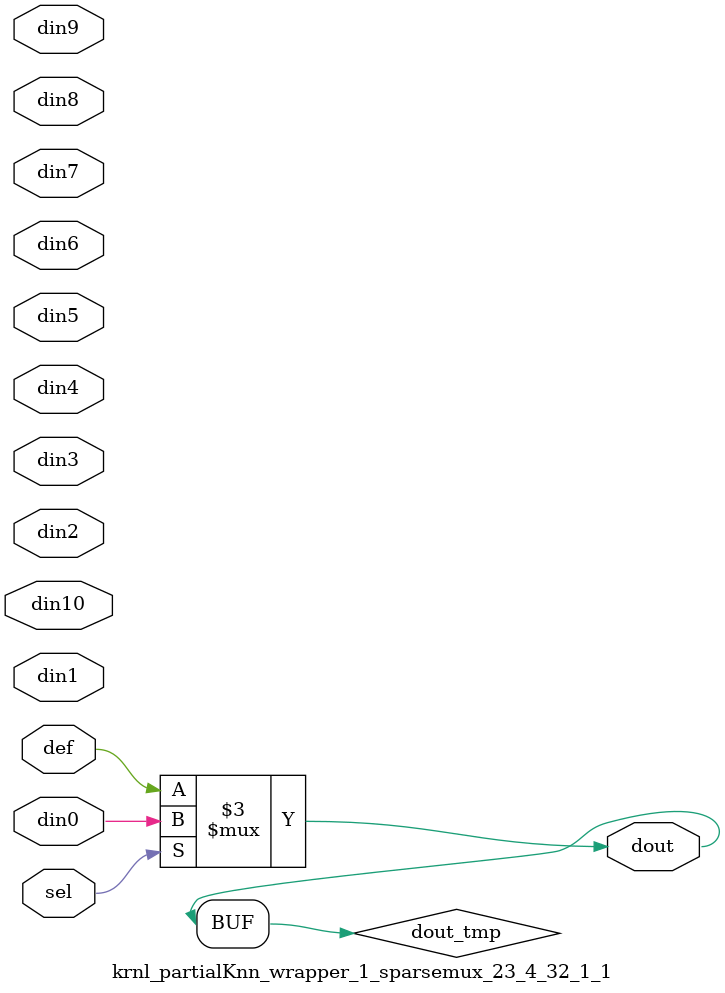
<source format=v>
`timescale 1 ns / 1 ps
module krnl_partialKnn_wrapper_1_sparsemux_23_4_32_1_1 (din0,din1,din2,din3,din4,din5,din6,din7,din8,din9,din10,def,sel,dout);
parameter din0_WIDTH = 1;
parameter din1_WIDTH = 1;
parameter din2_WIDTH = 1;
parameter din3_WIDTH = 1;
parameter din4_WIDTH = 1;
parameter din5_WIDTH = 1;
parameter din6_WIDTH = 1;
parameter din7_WIDTH = 1;
parameter din8_WIDTH = 1;
parameter din9_WIDTH = 1;
parameter din10_WIDTH = 1;
parameter def_WIDTH = 1;
parameter sel_WIDTH = 1;
parameter dout_WIDTH = 1;
parameter [sel_WIDTH-1:0] CASE0 = 1;
parameter [sel_WIDTH-1:0] CASE1 = 1;
parameter [sel_WIDTH-1:0] CASE2 = 1;
parameter [sel_WIDTH-1:0] CASE3 = 1;
parameter [sel_WIDTH-1:0] CASE4 = 1;
parameter [sel_WIDTH-1:0] CASE5 = 1;
parameter [sel_WIDTH-1:0] CASE6 = 1;
parameter [sel_WIDTH-1:0] CASE7 = 1;
parameter [sel_WIDTH-1:0] CASE8 = 1;
parameter [sel_WIDTH-1:0] CASE9 = 1;
parameter [sel_WIDTH-1:0] CASE10 = 1;
parameter ID = 1;
parameter NUM_STAGE = 1;
input [din0_WIDTH-1:0] din0;
input [din1_WIDTH-1:0] din1;
input [din2_WIDTH-1:0] din2;
input [din3_WIDTH-1:0] din3;
input [din4_WIDTH-1:0] din4;
input [din5_WIDTH-1:0] din5;
input [din6_WIDTH-1:0] din6;
input [din7_WIDTH-1:0] din7;
input [din8_WIDTH-1:0] din8;
input [din9_WIDTH-1:0] din9;
input [din10_WIDTH-1:0] din10;
input [def_WIDTH-1:0] def;
input [sel_WIDTH-1:0] sel;
output [dout_WIDTH-1:0] dout;
reg [dout_WIDTH-1:0] dout_tmp;
always @ (*) begin
case (sel)
    
    CASE0 : dout_tmp = din0;
    
    CASE1 : dout_tmp = din1;
    
    CASE2 : dout_tmp = din2;
    
    CASE3 : dout_tmp = din3;
    
    CASE4 : dout_tmp = din4;
    
    CASE5 : dout_tmp = din5;
    
    CASE6 : dout_tmp = din6;
    
    CASE7 : dout_tmp = din7;
    
    CASE8 : dout_tmp = din8;
    
    CASE9 : dout_tmp = din9;
    
    CASE10 : dout_tmp = din10;
    
    default : dout_tmp = def;
endcase
end
assign dout = dout_tmp;
endmodule
</source>
